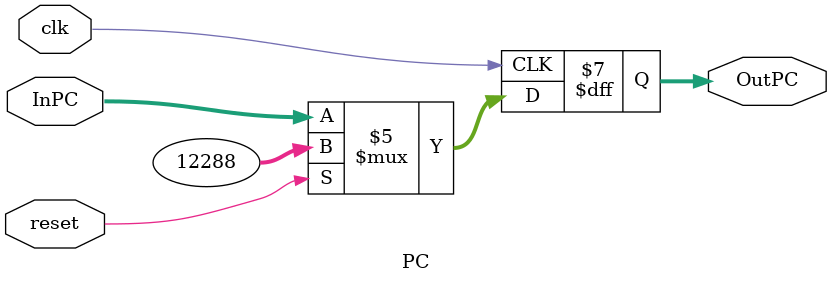
<source format=v>
`timescale 1ns / 1ps
module PC(clk,reset,InPC,OutPC);
	input clk;
	input reset;
	input [31:0] InPC;
	output reg [31:0] OutPC = 32'h00003000;
	always@(posedge clk) begin
		if (reset == 1) begin
			OutPC <= 32'h00003000;
		end
		else begin
			OutPC <= InPC; 
		end
	end
endmodule

</source>
